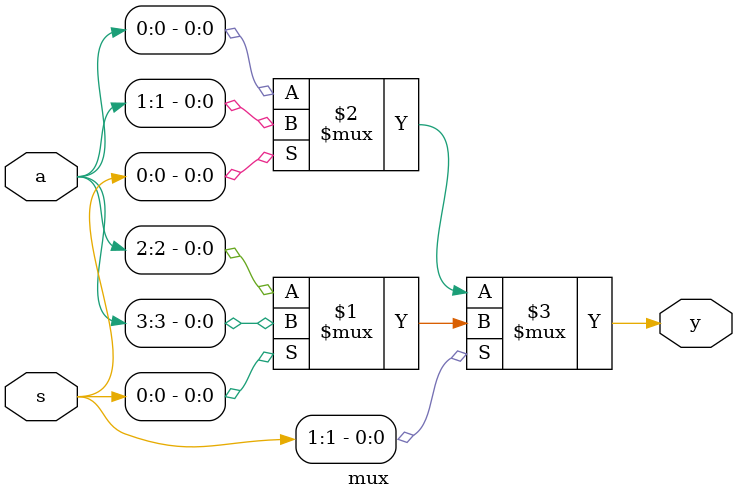
<source format=v>
`timescale 1ns / 1ps
module mux(
    input [3:0]a,
    input [1:0]s,
    output y
    );
	 
	 assign y = s[1]?(s[0]?a[3]:a[2]):(s[0]?a[1]:a[0]);


endmodule

</source>
